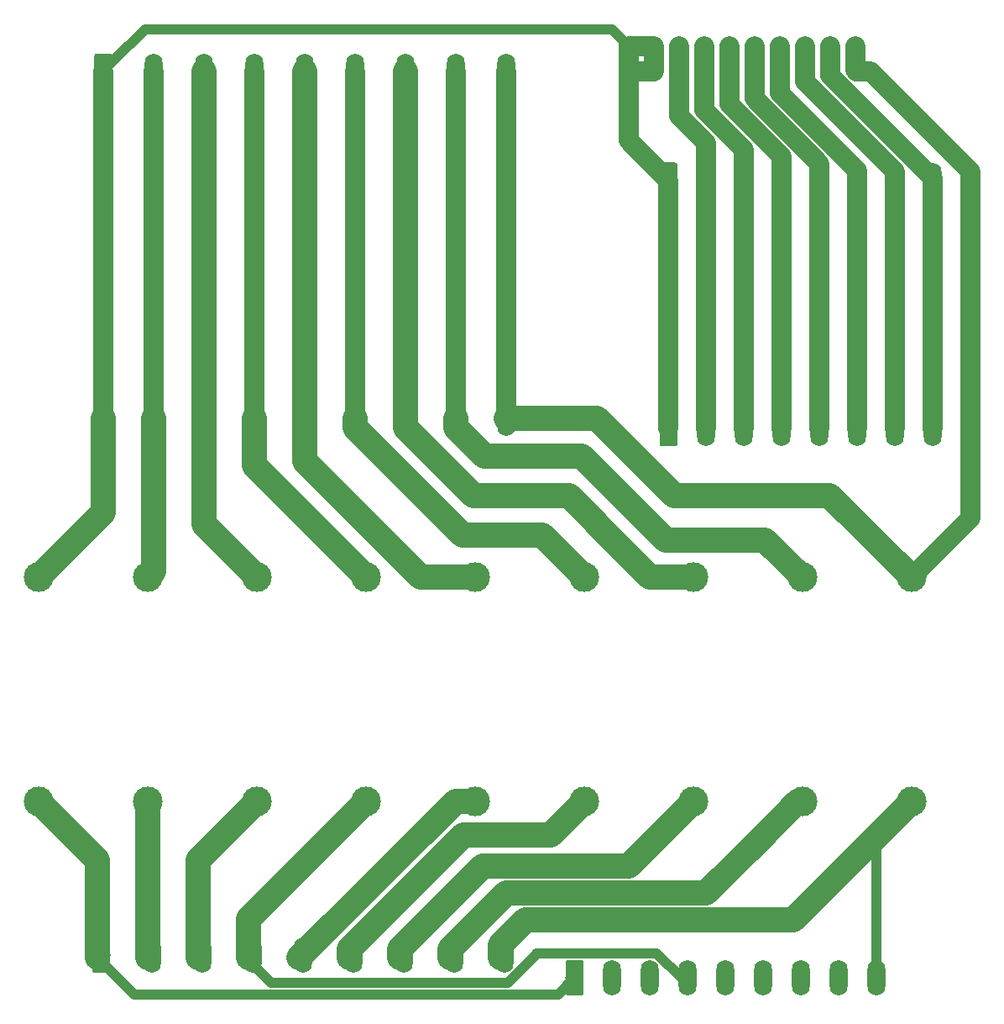
<source format=gbr>
G04 #@! TF.GenerationSoftware,KiCad,Pcbnew,(5.1.4)-1*
G04 #@! TF.CreationDate,2020-02-28T16:59:14+08:00*
G04 #@! TF.ProjectId,9p-parallel-fused,39702d70-6172-4616-9c6c-656c2d667573,rev?*
G04 #@! TF.SameCoordinates,Original*
G04 #@! TF.FileFunction,Copper,L2,Bot*
G04 #@! TF.FilePolarity,Positive*
%FSLAX46Y46*%
G04 Gerber Fmt 4.6, Leading zero omitted, Abs format (unit mm)*
G04 Created by KiCad (PCBNEW (5.1.4)-1) date 2020-02-28 16:59:14*
%MOMM*%
%LPD*%
G04 APERTURE LIST*
%ADD10O,1.800000X3.600000*%
%ADD11C,0.100000*%
%ADD12C,1.800000*%
%ADD13O,1.727200X1.727200*%
%ADD14R,1.727200X1.727200*%
%ADD15C,3.000000*%
%ADD16C,0.800000*%
%ADD17C,2.500000*%
%ADD18C,1.000000*%
%ADD19C,2.000000*%
G04 APERTURE END LIST*
D10*
X113020000Y-139390000D03*
X109210000Y-139390000D03*
X105400000Y-139390000D03*
X101590000Y-139390000D03*
X97780000Y-139390000D03*
X93970000Y-139390000D03*
X90160000Y-139390000D03*
X86350000Y-139390000D03*
D11*
G36*
X83214504Y-137591204D02*
G01*
X83238773Y-137594804D01*
X83262571Y-137600765D01*
X83285671Y-137609030D01*
X83307849Y-137619520D01*
X83328893Y-137632133D01*
X83348598Y-137646747D01*
X83366777Y-137663223D01*
X83383253Y-137681402D01*
X83397867Y-137701107D01*
X83410480Y-137722151D01*
X83420970Y-137744329D01*
X83429235Y-137767429D01*
X83435196Y-137791227D01*
X83438796Y-137815496D01*
X83440000Y-137840000D01*
X83440000Y-140940000D01*
X83438796Y-140964504D01*
X83435196Y-140988773D01*
X83429235Y-141012571D01*
X83420970Y-141035671D01*
X83410480Y-141057849D01*
X83397867Y-141078893D01*
X83383253Y-141098598D01*
X83366777Y-141116777D01*
X83348598Y-141133253D01*
X83328893Y-141147867D01*
X83307849Y-141160480D01*
X83285671Y-141170970D01*
X83262571Y-141179235D01*
X83238773Y-141185196D01*
X83214504Y-141188796D01*
X83190000Y-141190000D01*
X81890000Y-141190000D01*
X81865496Y-141188796D01*
X81841227Y-141185196D01*
X81817429Y-141179235D01*
X81794329Y-141170970D01*
X81772151Y-141160480D01*
X81751107Y-141147867D01*
X81731402Y-141133253D01*
X81713223Y-141116777D01*
X81696747Y-141098598D01*
X81682133Y-141078893D01*
X81669520Y-141057849D01*
X81659030Y-141035671D01*
X81650765Y-141012571D01*
X81644804Y-140988773D01*
X81641204Y-140964504D01*
X81640000Y-140940000D01*
X81640000Y-137840000D01*
X81641204Y-137815496D01*
X81644804Y-137791227D01*
X81650765Y-137767429D01*
X81659030Y-137744329D01*
X81669520Y-137722151D01*
X81682133Y-137701107D01*
X81696747Y-137681402D01*
X81713223Y-137663223D01*
X81731402Y-137646747D01*
X81751107Y-137632133D01*
X81772151Y-137619520D01*
X81794329Y-137609030D01*
X81817429Y-137600765D01*
X81841227Y-137594804D01*
X81865496Y-137591204D01*
X81890000Y-137590000D01*
X83190000Y-137590000D01*
X83214504Y-137591204D01*
X83214504Y-137591204D01*
G37*
D12*
X82540000Y-139390000D03*
D11*
G36*
X35474324Y-135301205D02*
G01*
X35498612Y-135304808D01*
X35522429Y-135310774D01*
X35545547Y-135319045D01*
X35567743Y-135329543D01*
X35588804Y-135342166D01*
X35608525Y-135356793D01*
X35626718Y-135373282D01*
X35643207Y-135391475D01*
X35657834Y-135411196D01*
X35670457Y-135432257D01*
X35680955Y-135454453D01*
X35689226Y-135477571D01*
X35695192Y-135501388D01*
X35698795Y-135525676D01*
X35700000Y-135550200D01*
X35700000Y-138649800D01*
X35698795Y-138674324D01*
X35695192Y-138698612D01*
X35689226Y-138722429D01*
X35680955Y-138745547D01*
X35670457Y-138767743D01*
X35657834Y-138788804D01*
X35643207Y-138808525D01*
X35626718Y-138826718D01*
X35608525Y-138843207D01*
X35588804Y-138857834D01*
X35567743Y-138870457D01*
X35545547Y-138880955D01*
X35522429Y-138889226D01*
X35498612Y-138895192D01*
X35474324Y-138898795D01*
X35449800Y-138900000D01*
X34150200Y-138900000D01*
X34125676Y-138898795D01*
X34101388Y-138895192D01*
X34077571Y-138889226D01*
X34054453Y-138880955D01*
X34032257Y-138870457D01*
X34011196Y-138857834D01*
X33991475Y-138843207D01*
X33973282Y-138826718D01*
X33956793Y-138808525D01*
X33942166Y-138788804D01*
X33929543Y-138767743D01*
X33919045Y-138745547D01*
X33910774Y-138722429D01*
X33904808Y-138698612D01*
X33901205Y-138674324D01*
X33900000Y-138649800D01*
X33900000Y-135550200D01*
X33901205Y-135525676D01*
X33904808Y-135501388D01*
X33910774Y-135477571D01*
X33919045Y-135454453D01*
X33929543Y-135432257D01*
X33942166Y-135411196D01*
X33956793Y-135391475D01*
X33973282Y-135373282D01*
X33991475Y-135356793D01*
X34011196Y-135342166D01*
X34032257Y-135329543D01*
X34054453Y-135319045D01*
X34077571Y-135310774D01*
X34101388Y-135304808D01*
X34125676Y-135301205D01*
X34150200Y-135300000D01*
X35449800Y-135300000D01*
X35474324Y-135301205D01*
X35474324Y-135301205D01*
G37*
D12*
X34800000Y-137100000D03*
D10*
X39880000Y-137100000D03*
X44960000Y-137100000D03*
X50040000Y-137100000D03*
X55120000Y-137100000D03*
X60200000Y-137100000D03*
X65280000Y-137100000D03*
X70360000Y-137100000D03*
X75440000Y-137100000D03*
D11*
G36*
X35674324Y-64201205D02*
G01*
X35698612Y-64204808D01*
X35722429Y-64210774D01*
X35745547Y-64219045D01*
X35767743Y-64229543D01*
X35788804Y-64242166D01*
X35808525Y-64256793D01*
X35826718Y-64273282D01*
X35843207Y-64291475D01*
X35857834Y-64311196D01*
X35870457Y-64332257D01*
X35880955Y-64354453D01*
X35889226Y-64377571D01*
X35895192Y-64401388D01*
X35898795Y-64425676D01*
X35900000Y-64450200D01*
X35900000Y-67549800D01*
X35898795Y-67574324D01*
X35895192Y-67598612D01*
X35889226Y-67622429D01*
X35880955Y-67645547D01*
X35870457Y-67667743D01*
X35857834Y-67688804D01*
X35843207Y-67708525D01*
X35826718Y-67726718D01*
X35808525Y-67743207D01*
X35788804Y-67757834D01*
X35767743Y-67770457D01*
X35745547Y-67780955D01*
X35722429Y-67789226D01*
X35698612Y-67795192D01*
X35674324Y-67798795D01*
X35649800Y-67800000D01*
X34350200Y-67800000D01*
X34325676Y-67798795D01*
X34301388Y-67795192D01*
X34277571Y-67789226D01*
X34254453Y-67780955D01*
X34232257Y-67770457D01*
X34211196Y-67757834D01*
X34191475Y-67743207D01*
X34173282Y-67726718D01*
X34156793Y-67708525D01*
X34142166Y-67688804D01*
X34129543Y-67667743D01*
X34119045Y-67645547D01*
X34110774Y-67622429D01*
X34104808Y-67598612D01*
X34101205Y-67574324D01*
X34100000Y-67549800D01*
X34100000Y-64450200D01*
X34101205Y-64425676D01*
X34104808Y-64401388D01*
X34110774Y-64377571D01*
X34119045Y-64354453D01*
X34129543Y-64332257D01*
X34142166Y-64311196D01*
X34156793Y-64291475D01*
X34173282Y-64273282D01*
X34191475Y-64256793D01*
X34211196Y-64242166D01*
X34232257Y-64229543D01*
X34254453Y-64219045D01*
X34277571Y-64210774D01*
X34301388Y-64204808D01*
X34325676Y-64201205D01*
X34350200Y-64200000D01*
X35649800Y-64200000D01*
X35674324Y-64201205D01*
X35674324Y-64201205D01*
G37*
D12*
X35000000Y-66000000D03*
D10*
X40080000Y-66000000D03*
X45160000Y-66000000D03*
X50240000Y-66000000D03*
X55320000Y-66000000D03*
X60400000Y-66000000D03*
X65480000Y-66000000D03*
X70560000Y-66000000D03*
X75640000Y-66000000D03*
D11*
G36*
X35674324Y-81201205D02*
G01*
X35698612Y-81204808D01*
X35722429Y-81210774D01*
X35745547Y-81219045D01*
X35767743Y-81229543D01*
X35788804Y-81242166D01*
X35808525Y-81256793D01*
X35826718Y-81273282D01*
X35843207Y-81291475D01*
X35857834Y-81311196D01*
X35870457Y-81332257D01*
X35880955Y-81354453D01*
X35889226Y-81377571D01*
X35895192Y-81401388D01*
X35898795Y-81425676D01*
X35900000Y-81450200D01*
X35900000Y-84549800D01*
X35898795Y-84574324D01*
X35895192Y-84598612D01*
X35889226Y-84622429D01*
X35880955Y-84645547D01*
X35870457Y-84667743D01*
X35857834Y-84688804D01*
X35843207Y-84708525D01*
X35826718Y-84726718D01*
X35808525Y-84743207D01*
X35788804Y-84757834D01*
X35767743Y-84770457D01*
X35745547Y-84780955D01*
X35722429Y-84789226D01*
X35698612Y-84795192D01*
X35674324Y-84798795D01*
X35649800Y-84800000D01*
X34350200Y-84800000D01*
X34325676Y-84798795D01*
X34301388Y-84795192D01*
X34277571Y-84789226D01*
X34254453Y-84780955D01*
X34232257Y-84770457D01*
X34211196Y-84757834D01*
X34191475Y-84743207D01*
X34173282Y-84726718D01*
X34156793Y-84708525D01*
X34142166Y-84688804D01*
X34129543Y-84667743D01*
X34119045Y-84645547D01*
X34110774Y-84622429D01*
X34104808Y-84598612D01*
X34101205Y-84574324D01*
X34100000Y-84549800D01*
X34100000Y-81450200D01*
X34101205Y-81425676D01*
X34104808Y-81401388D01*
X34110774Y-81377571D01*
X34119045Y-81354453D01*
X34129543Y-81332257D01*
X34142166Y-81311196D01*
X34156793Y-81291475D01*
X34173282Y-81273282D01*
X34191475Y-81256793D01*
X34211196Y-81242166D01*
X34232257Y-81229543D01*
X34254453Y-81219045D01*
X34277571Y-81210774D01*
X34301388Y-81204808D01*
X34325676Y-81201205D01*
X34350200Y-81200000D01*
X35649800Y-81200000D01*
X35674324Y-81201205D01*
X35674324Y-81201205D01*
G37*
D12*
X35000000Y-83000000D03*
D10*
X40080000Y-83000000D03*
X45160000Y-83000000D03*
X50240000Y-83000000D03*
X55320000Y-83000000D03*
X60400000Y-83000000D03*
X65480000Y-83000000D03*
X70560000Y-83000000D03*
X75640000Y-83000000D03*
D11*
G36*
X35674324Y-46201205D02*
G01*
X35698612Y-46204808D01*
X35722429Y-46210774D01*
X35745547Y-46219045D01*
X35767743Y-46229543D01*
X35788804Y-46242166D01*
X35808525Y-46256793D01*
X35826718Y-46273282D01*
X35843207Y-46291475D01*
X35857834Y-46311196D01*
X35870457Y-46332257D01*
X35880955Y-46354453D01*
X35889226Y-46377571D01*
X35895192Y-46401388D01*
X35898795Y-46425676D01*
X35900000Y-46450200D01*
X35900000Y-49549800D01*
X35898795Y-49574324D01*
X35895192Y-49598612D01*
X35889226Y-49622429D01*
X35880955Y-49645547D01*
X35870457Y-49667743D01*
X35857834Y-49688804D01*
X35843207Y-49708525D01*
X35826718Y-49726718D01*
X35808525Y-49743207D01*
X35788804Y-49757834D01*
X35767743Y-49770457D01*
X35745547Y-49780955D01*
X35722429Y-49789226D01*
X35698612Y-49795192D01*
X35674324Y-49798795D01*
X35649800Y-49800000D01*
X34350200Y-49800000D01*
X34325676Y-49798795D01*
X34301388Y-49795192D01*
X34277571Y-49789226D01*
X34254453Y-49780955D01*
X34232257Y-49770457D01*
X34211196Y-49757834D01*
X34191475Y-49743207D01*
X34173282Y-49726718D01*
X34156793Y-49708525D01*
X34142166Y-49688804D01*
X34129543Y-49667743D01*
X34119045Y-49645547D01*
X34110774Y-49622429D01*
X34104808Y-49598612D01*
X34101205Y-49574324D01*
X34100000Y-49549800D01*
X34100000Y-46450200D01*
X34101205Y-46425676D01*
X34104808Y-46401388D01*
X34110774Y-46377571D01*
X34119045Y-46354453D01*
X34129543Y-46332257D01*
X34142166Y-46311196D01*
X34156793Y-46291475D01*
X34173282Y-46273282D01*
X34191475Y-46256793D01*
X34211196Y-46242166D01*
X34232257Y-46229543D01*
X34254453Y-46219045D01*
X34277571Y-46210774D01*
X34301388Y-46204808D01*
X34325676Y-46201205D01*
X34350200Y-46200000D01*
X35649800Y-46200000D01*
X35674324Y-46201205D01*
X35674324Y-46201205D01*
G37*
D12*
X35000000Y-48000000D03*
D10*
X40080000Y-48000000D03*
X45160000Y-48000000D03*
X50240000Y-48000000D03*
X55320000Y-48000000D03*
X60400000Y-48000000D03*
X65480000Y-48000000D03*
X70560000Y-48000000D03*
X75640000Y-48000000D03*
D13*
X110860000Y-45460000D03*
X110860000Y-48000000D03*
X108320000Y-45460000D03*
X108320000Y-48000000D03*
X105780000Y-45460000D03*
X105780000Y-48000000D03*
X103240000Y-45460000D03*
X103240000Y-48000000D03*
X100700000Y-45460000D03*
X100700000Y-48000000D03*
X98160000Y-45460000D03*
X98160000Y-48000000D03*
X95620000Y-45460000D03*
X95620000Y-48000000D03*
X93080000Y-45460000D03*
X93080000Y-48000000D03*
X90540000Y-45460000D03*
X90540000Y-48000000D03*
X88000000Y-45460000D03*
D14*
X88000000Y-48000000D03*
D10*
X122480000Y-84000000D03*
X118670000Y-84000000D03*
X114860000Y-84000000D03*
X111050000Y-84000000D03*
X107240000Y-84000000D03*
X103430000Y-84000000D03*
X99620000Y-84000000D03*
X95810000Y-84000000D03*
D11*
G36*
X92674504Y-82201204D02*
G01*
X92698773Y-82204804D01*
X92722571Y-82210765D01*
X92745671Y-82219030D01*
X92767849Y-82229520D01*
X92788893Y-82242133D01*
X92808598Y-82256747D01*
X92826777Y-82273223D01*
X92843253Y-82291402D01*
X92857867Y-82311107D01*
X92870480Y-82332151D01*
X92880970Y-82354329D01*
X92889235Y-82377429D01*
X92895196Y-82401227D01*
X92898796Y-82425496D01*
X92900000Y-82450000D01*
X92900000Y-85550000D01*
X92898796Y-85574504D01*
X92895196Y-85598773D01*
X92889235Y-85622571D01*
X92880970Y-85645671D01*
X92870480Y-85667849D01*
X92857867Y-85688893D01*
X92843253Y-85708598D01*
X92826777Y-85726777D01*
X92808598Y-85743253D01*
X92788893Y-85757867D01*
X92767849Y-85770480D01*
X92745671Y-85780970D01*
X92722571Y-85789235D01*
X92698773Y-85795196D01*
X92674504Y-85798796D01*
X92650000Y-85800000D01*
X91350000Y-85800000D01*
X91325496Y-85798796D01*
X91301227Y-85795196D01*
X91277429Y-85789235D01*
X91254329Y-85780970D01*
X91232151Y-85770480D01*
X91211107Y-85757867D01*
X91191402Y-85743253D01*
X91173223Y-85726777D01*
X91156747Y-85708598D01*
X91142133Y-85688893D01*
X91129520Y-85667849D01*
X91119030Y-85645671D01*
X91110765Y-85622571D01*
X91104804Y-85598773D01*
X91101204Y-85574504D01*
X91100000Y-85550000D01*
X91100000Y-82450000D01*
X91101204Y-82425496D01*
X91104804Y-82401227D01*
X91110765Y-82377429D01*
X91119030Y-82354329D01*
X91129520Y-82332151D01*
X91142133Y-82311107D01*
X91156747Y-82291402D01*
X91173223Y-82273223D01*
X91191402Y-82256747D01*
X91211107Y-82242133D01*
X91232151Y-82229520D01*
X91254329Y-82219030D01*
X91277429Y-82210765D01*
X91301227Y-82204804D01*
X91325496Y-82201204D01*
X91350000Y-82200000D01*
X92650000Y-82200000D01*
X92674504Y-82201204D01*
X92674504Y-82201204D01*
G37*
D12*
X92000000Y-84000000D03*
D10*
X122480000Y-72000000D03*
X118670000Y-72000000D03*
X114860000Y-72000000D03*
X111050000Y-72000000D03*
X107240000Y-72000000D03*
X103430000Y-72000000D03*
X99620000Y-72000000D03*
X95810000Y-72000000D03*
D11*
G36*
X92674504Y-70201204D02*
G01*
X92698773Y-70204804D01*
X92722571Y-70210765D01*
X92745671Y-70219030D01*
X92767849Y-70229520D01*
X92788893Y-70242133D01*
X92808598Y-70256747D01*
X92826777Y-70273223D01*
X92843253Y-70291402D01*
X92857867Y-70311107D01*
X92870480Y-70332151D01*
X92880970Y-70354329D01*
X92889235Y-70377429D01*
X92895196Y-70401227D01*
X92898796Y-70425496D01*
X92900000Y-70450000D01*
X92900000Y-73550000D01*
X92898796Y-73574504D01*
X92895196Y-73598773D01*
X92889235Y-73622571D01*
X92880970Y-73645671D01*
X92870480Y-73667849D01*
X92857867Y-73688893D01*
X92843253Y-73708598D01*
X92826777Y-73726777D01*
X92808598Y-73743253D01*
X92788893Y-73757867D01*
X92767849Y-73770480D01*
X92745671Y-73780970D01*
X92722571Y-73789235D01*
X92698773Y-73795196D01*
X92674504Y-73798796D01*
X92650000Y-73800000D01*
X91350000Y-73800000D01*
X91325496Y-73798796D01*
X91301227Y-73795196D01*
X91277429Y-73789235D01*
X91254329Y-73780970D01*
X91232151Y-73770480D01*
X91211107Y-73757867D01*
X91191402Y-73743253D01*
X91173223Y-73726777D01*
X91156747Y-73708598D01*
X91142133Y-73688893D01*
X91129520Y-73667849D01*
X91119030Y-73645671D01*
X91110765Y-73622571D01*
X91104804Y-73598773D01*
X91101204Y-73574504D01*
X91100000Y-73550000D01*
X91100000Y-70450000D01*
X91101204Y-70425496D01*
X91104804Y-70401227D01*
X91110765Y-70377429D01*
X91119030Y-70354329D01*
X91129520Y-70332151D01*
X91142133Y-70311107D01*
X91156747Y-70291402D01*
X91173223Y-70273223D01*
X91191402Y-70256747D01*
X91211107Y-70242133D01*
X91232151Y-70229520D01*
X91254329Y-70219030D01*
X91277429Y-70210765D01*
X91301227Y-70204804D01*
X91325496Y-70201204D01*
X91350000Y-70200000D01*
X92650000Y-70200000D01*
X92674504Y-70201204D01*
X92674504Y-70201204D01*
G37*
D12*
X92000000Y-72000000D03*
D10*
X122480000Y-59000000D03*
X118670000Y-59000000D03*
X114860000Y-59000000D03*
X111050000Y-59000000D03*
X107240000Y-59000000D03*
X103430000Y-59000000D03*
X99620000Y-59000000D03*
X95810000Y-59000000D03*
D11*
G36*
X92674504Y-57201204D02*
G01*
X92698773Y-57204804D01*
X92722571Y-57210765D01*
X92745671Y-57219030D01*
X92767849Y-57229520D01*
X92788893Y-57242133D01*
X92808598Y-57256747D01*
X92826777Y-57273223D01*
X92843253Y-57291402D01*
X92857867Y-57311107D01*
X92870480Y-57332151D01*
X92880970Y-57354329D01*
X92889235Y-57377429D01*
X92895196Y-57401227D01*
X92898796Y-57425496D01*
X92900000Y-57450000D01*
X92900000Y-60550000D01*
X92898796Y-60574504D01*
X92895196Y-60598773D01*
X92889235Y-60622571D01*
X92880970Y-60645671D01*
X92870480Y-60667849D01*
X92857867Y-60688893D01*
X92843253Y-60708598D01*
X92826777Y-60726777D01*
X92808598Y-60743253D01*
X92788893Y-60757867D01*
X92767849Y-60770480D01*
X92745671Y-60780970D01*
X92722571Y-60789235D01*
X92698773Y-60795196D01*
X92674504Y-60798796D01*
X92650000Y-60800000D01*
X91350000Y-60800000D01*
X91325496Y-60798796D01*
X91301227Y-60795196D01*
X91277429Y-60789235D01*
X91254329Y-60780970D01*
X91232151Y-60770480D01*
X91211107Y-60757867D01*
X91191402Y-60743253D01*
X91173223Y-60726777D01*
X91156747Y-60708598D01*
X91142133Y-60688893D01*
X91129520Y-60667849D01*
X91119030Y-60645671D01*
X91110765Y-60622571D01*
X91104804Y-60598773D01*
X91101204Y-60574504D01*
X91100000Y-60550000D01*
X91100000Y-57450000D01*
X91101204Y-57425496D01*
X91104804Y-57401227D01*
X91110765Y-57377429D01*
X91119030Y-57354329D01*
X91129520Y-57332151D01*
X91142133Y-57311107D01*
X91156747Y-57291402D01*
X91173223Y-57273223D01*
X91191402Y-57256747D01*
X91211107Y-57242133D01*
X91232151Y-57229520D01*
X91254329Y-57219030D01*
X91277429Y-57210765D01*
X91301227Y-57204804D01*
X91325496Y-57201204D01*
X91350000Y-57200000D01*
X92650000Y-57200000D01*
X92674504Y-57201204D01*
X92674504Y-57201204D01*
G37*
D12*
X92000000Y-59000000D03*
D15*
X116500000Y-121600000D03*
X116500000Y-99000000D03*
X105500000Y-121600000D03*
X105500000Y-99000000D03*
X94500000Y-121600000D03*
X94500000Y-99000000D03*
X83500000Y-121600000D03*
X83500000Y-99000000D03*
X72500000Y-121600000D03*
X72500000Y-99000000D03*
X61500000Y-121600000D03*
X61500000Y-99000000D03*
X50500000Y-121600000D03*
X50500000Y-99000000D03*
X39500000Y-121600000D03*
X39500000Y-99000000D03*
X28500000Y-121600000D03*
X28500000Y-99000000D03*
D16*
X101125000Y-125535000D03*
D17*
X34440000Y-127540000D02*
X34440000Y-137370000D01*
X33850000Y-126950000D02*
X34440000Y-127540000D01*
X33850000Y-126950000D02*
X28500000Y-121600000D01*
D18*
X80859980Y-141070020D02*
X82540000Y-139390000D01*
X34440000Y-137370000D02*
X38140020Y-141070020D01*
X38140020Y-141070020D02*
X80859980Y-141070020D01*
D17*
X39500000Y-128480000D02*
X39500000Y-121600000D01*
X39520000Y-128500000D02*
X39500000Y-128480000D01*
X39520000Y-128500000D02*
X39520000Y-137370000D01*
X44600000Y-127500000D02*
X50500000Y-121600000D01*
X44600000Y-137370000D02*
X44600000Y-127500000D01*
X49680000Y-133420000D02*
X61500000Y-121600000D01*
X49680000Y-137370000D02*
X49680000Y-133420000D01*
D18*
X54080010Y-139870010D02*
X51900000Y-139870010D01*
X50040000Y-138010010D02*
X51900000Y-139870010D01*
X50040000Y-137400000D02*
X50040000Y-138010010D01*
X72929990Y-139870010D02*
X74747255Y-139870010D01*
X72929990Y-139870010D02*
X54080010Y-139870010D01*
X93322755Y-139390000D02*
X93970000Y-139390000D01*
X90822745Y-136889990D02*
X93322755Y-139390000D01*
X78722765Y-136889990D02*
X90822745Y-136889990D01*
X78722765Y-136979990D02*
X78722765Y-136889990D01*
X75832745Y-139870010D02*
X78722765Y-136979990D01*
X72929990Y-139870010D02*
X75832745Y-139870010D01*
D17*
X70530000Y-121600000D02*
X72500000Y-121600000D01*
X54760000Y-137370000D02*
X70530000Y-121600000D01*
X59840000Y-136470000D02*
X59840000Y-137370000D01*
X71335805Y-124974195D02*
X59840000Y-136470000D01*
X80125805Y-124974195D02*
X71335805Y-124974195D01*
X83500000Y-121600000D02*
X80125805Y-124974195D01*
X64920000Y-136470000D02*
X64920000Y-137370000D01*
X73260805Y-128129195D02*
X64920000Y-136470000D01*
X87970805Y-128129195D02*
X73260805Y-128129195D01*
X94500000Y-121600000D02*
X87970805Y-128129195D01*
X105060000Y-121600000D02*
X105500000Y-121600000D01*
X70000000Y-136470000D02*
X70000000Y-137370000D01*
X75640795Y-130829205D02*
X70000000Y-136470000D01*
X95830795Y-130829205D02*
X75640795Y-130829205D01*
X96335000Y-130325000D02*
X95830795Y-130829205D01*
X96335000Y-130325000D02*
X101125000Y-125535000D01*
X101125000Y-125535000D02*
X105060000Y-121600000D01*
D19*
X113020000Y-125080000D02*
X116500000Y-121600000D01*
D18*
X113020000Y-139390000D02*
X113020000Y-125080000D01*
D17*
X75080000Y-136050000D02*
X75080000Y-137370000D01*
X77600785Y-133529215D02*
X75080000Y-136050000D01*
X116500000Y-121600000D02*
X104570785Y-133529215D01*
X104570785Y-133529215D02*
X77600785Y-133529215D01*
X35000000Y-92500000D02*
X28500000Y-99000000D01*
X35000000Y-83000000D02*
X35000000Y-92500000D01*
D19*
X92000000Y-84000000D02*
X92000000Y-72000000D01*
X35000000Y-83000000D02*
X35000000Y-66000000D01*
X35000000Y-66000000D02*
X35000000Y-48000000D01*
X92000000Y-59000000D02*
X92000000Y-72000000D01*
X88000000Y-45460000D02*
X88000000Y-48000000D01*
X90540000Y-48000000D02*
X88000000Y-48000000D01*
X90540000Y-48000000D02*
X90540000Y-45460000D01*
X90540000Y-45460000D02*
X88000000Y-45460000D01*
X88000000Y-55000000D02*
X92000000Y-59000000D01*
X88000000Y-48000000D02*
X88000000Y-55000000D01*
D18*
X35970710Y-47029290D02*
X35000000Y-48000000D01*
X39249990Y-43750010D02*
X35970710Y-47029290D01*
X86290010Y-43750010D02*
X39249990Y-43750010D01*
X88000000Y-45460000D02*
X86290010Y-43750010D01*
D17*
X40080000Y-98420000D02*
X39500000Y-99000000D01*
X40080000Y-83000000D02*
X40080000Y-98420000D01*
D19*
X95810000Y-72000000D02*
X95810000Y-84000000D01*
X95810000Y-72000000D02*
X95810000Y-59000000D01*
X40080000Y-48000000D02*
X40080000Y-66000000D01*
X40080000Y-66000000D02*
X40080000Y-83000000D01*
X93080000Y-45460000D02*
X93080000Y-48000000D01*
X95810000Y-55200000D02*
X95810000Y-59000000D01*
X93080000Y-52470000D02*
X95810000Y-55200000D01*
X93080000Y-48000000D02*
X93080000Y-52470000D01*
D17*
X45160000Y-93660000D02*
X50500000Y-99000000D01*
X45160000Y-83000000D02*
X45160000Y-93660000D01*
D19*
X99620000Y-72000000D02*
X99620000Y-84000000D01*
X99620000Y-72000000D02*
X99620000Y-59000000D01*
D17*
X45160000Y-83000000D02*
X45160000Y-66000000D01*
X45160000Y-66000000D02*
X45160000Y-48000000D01*
D19*
X95620000Y-45460000D02*
X95620000Y-48000000D01*
X99620000Y-55898717D02*
X99620000Y-59000000D01*
X95620000Y-51898717D02*
X99620000Y-55898717D01*
X95620000Y-48000000D02*
X95620000Y-51898717D01*
X103430000Y-72000000D02*
X103430000Y-84000000D01*
X103430000Y-72000000D02*
X103430000Y-59000000D01*
X50240000Y-48000000D02*
X50240000Y-66000000D01*
X50240000Y-66000000D02*
X50240000Y-83000000D01*
X98160000Y-45460000D02*
X98160000Y-48000000D01*
X103430000Y-56597435D02*
X103430000Y-59000000D01*
X98160000Y-51327435D02*
X103430000Y-56597435D01*
X98160000Y-48000000D02*
X98160000Y-51327435D01*
D17*
X50240000Y-87740000D02*
X50240000Y-83000000D01*
X61500000Y-99000000D02*
X50240000Y-87740000D01*
X72500000Y-99000000D02*
X67800000Y-99000000D01*
X67020000Y-99000000D02*
X67800000Y-99000000D01*
X55320000Y-87300000D02*
X67020000Y-99000000D01*
X55320000Y-83000000D02*
X55320000Y-87300000D01*
D19*
X107240000Y-72000000D02*
X107240000Y-84000000D01*
X107240000Y-72000000D02*
X107240000Y-59000000D01*
D17*
X55320000Y-83000000D02*
X55320000Y-66000000D01*
X55320000Y-66000000D02*
X55320000Y-48000000D01*
D19*
X100700000Y-45460000D02*
X100700000Y-48000000D01*
X107240000Y-57296153D02*
X107240000Y-59000000D01*
X100700000Y-50756153D02*
X107240000Y-57296153D01*
X100700000Y-48000000D02*
X100700000Y-50756153D01*
D17*
X60400000Y-83900000D02*
X60400000Y-83000000D01*
X71250000Y-94750000D02*
X60400000Y-83900000D01*
X79250000Y-94750000D02*
X81700000Y-97200000D01*
X71250000Y-94750000D02*
X79250000Y-94750000D01*
X83500000Y-99000000D02*
X81700000Y-97200000D01*
D19*
X111050000Y-72000000D02*
X111050000Y-84000000D01*
X111050000Y-72000000D02*
X111050000Y-59000000D01*
X60400000Y-48000000D02*
X60400000Y-66000000D01*
X60400000Y-66000000D02*
X60400000Y-83000000D01*
X103240000Y-45460000D02*
X103240000Y-48000000D01*
X111050000Y-57994871D02*
X111050000Y-59000000D01*
X103240000Y-50184871D02*
X111050000Y-57994871D01*
X103240000Y-48000000D02*
X103240000Y-50184871D01*
D17*
X90100000Y-99000000D02*
X94500000Y-99000000D01*
X65480000Y-83900000D02*
X72340000Y-90760000D01*
X72340000Y-90760000D02*
X81960000Y-90760000D01*
X65480000Y-83000000D02*
X65480000Y-83900000D01*
X81960000Y-90760000D02*
X84700000Y-93500000D01*
X84700000Y-93500000D02*
X84700000Y-93600000D01*
X84700000Y-93600000D02*
X90100000Y-99000000D01*
D19*
X114860000Y-72000000D02*
X114860000Y-84000000D01*
X114860000Y-72000000D02*
X114860000Y-59000000D01*
D17*
X65480000Y-83000000D02*
X65480000Y-66000000D01*
X65480000Y-66000000D02*
X65480000Y-48000000D01*
D19*
X105780000Y-45460000D02*
X105780000Y-48000000D01*
X114860000Y-58100000D02*
X114860000Y-59000000D01*
X105780000Y-49020000D02*
X114860000Y-58100000D01*
X105780000Y-48000000D02*
X105780000Y-49020000D01*
X118670000Y-72000000D02*
X118670000Y-84000000D01*
X118670000Y-72000000D02*
X118670000Y-59000000D01*
X70560000Y-48000000D02*
X70560000Y-66000000D01*
X70560000Y-66000000D02*
X70560000Y-83000000D01*
X108320000Y-45460000D02*
X108320000Y-48000000D01*
X118670000Y-58798718D02*
X118670000Y-59000000D01*
X108320000Y-48000000D02*
X108320000Y-48448718D01*
X108320000Y-48448718D02*
X118670000Y-58798718D01*
D17*
X70560000Y-83900000D02*
X70560000Y-83000000D01*
X73480000Y-86820000D02*
X70560000Y-83900000D01*
X83280000Y-86820000D02*
X73480000Y-86820000D01*
X91710000Y-95250000D02*
X83280000Y-86820000D01*
X101750000Y-95250000D02*
X91710000Y-95250000D01*
X105500000Y-99000000D02*
X101750000Y-95250000D01*
D19*
X122480000Y-59000000D02*
X122480000Y-72000000D01*
X122480000Y-72000000D02*
X122480000Y-84000000D01*
X122480000Y-93020000D02*
X116500000Y-99000000D01*
X122480000Y-84000000D02*
X122480000Y-93020000D01*
X75640000Y-48000000D02*
X75640000Y-66000000D01*
X75640000Y-66000000D02*
X75640000Y-83000000D01*
X110860000Y-47877436D02*
X110860000Y-45460000D01*
X110982564Y-48000000D02*
X110860000Y-47877436D01*
X112380000Y-48000000D02*
X110982564Y-48000000D01*
X122480000Y-58100000D02*
X112380000Y-48000000D01*
X122480000Y-59000000D02*
X122480000Y-58100000D01*
D17*
X83600000Y-83000000D02*
X75640000Y-83000000D01*
X84818390Y-83000000D02*
X83600000Y-83000000D01*
X92568400Y-90750010D02*
X84818390Y-83000000D01*
X108250010Y-90750010D02*
X92568400Y-90750010D01*
X116500000Y-99000000D02*
X108250010Y-90750010D01*
M02*

</source>
